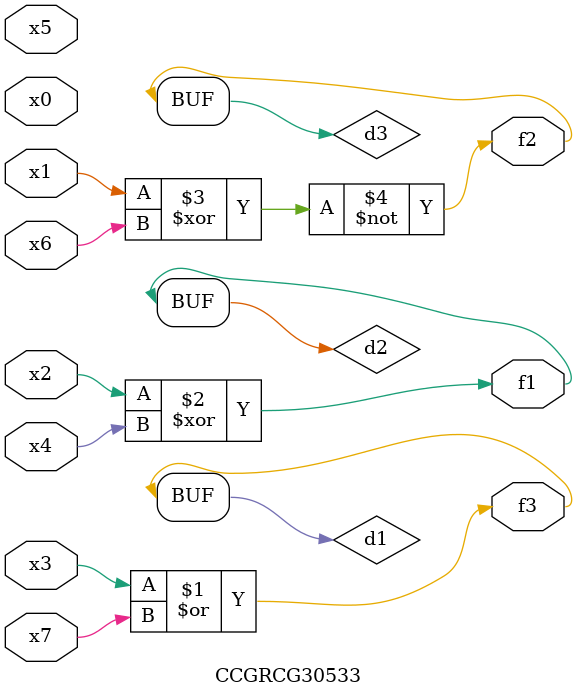
<source format=v>
module CCGRCG30533(
	input x0, x1, x2, x3, x4, x5, x6, x7,
	output f1, f2, f3
);

	wire d1, d2, d3;

	or (d1, x3, x7);
	xor (d2, x2, x4);
	xnor (d3, x1, x6);
	assign f1 = d2;
	assign f2 = d3;
	assign f3 = d1;
endmodule

</source>
